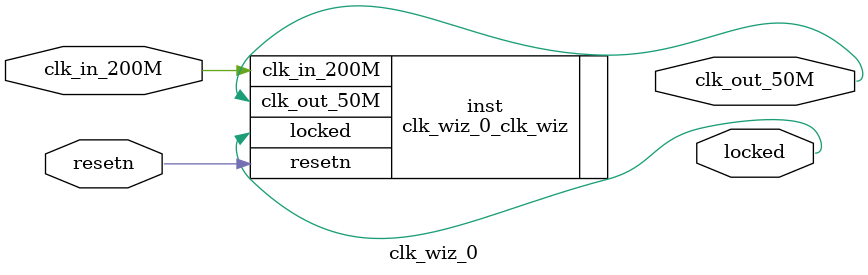
<source format=v>


`timescale 1ps/1ps

(* CORE_GENERATION_INFO = "clk_wiz_0,clk_wiz_v6_0_6_0_0,{component_name=clk_wiz_0,use_phase_alignment=true,use_min_o_jitter=false,use_max_i_jitter=false,use_dyn_phase_shift=false,use_inclk_switchover=false,use_dyn_reconfig=false,enable_axi=0,feedback_source=FDBK_AUTO,PRIMITIVE=MMCM,num_out_clk=1,clkin1_period=5.000,clkin2_period=10.0,use_power_down=false,use_reset=true,use_locked=true,use_inclk_stopped=false,feedback_type=SINGLE,CLOCK_MGR_TYPE=NA,manual_override=false}" *)

module clk_wiz_0 
 (
  // Clock out ports
  output        clk_out_50M,
  // Status and control signals
  input         resetn,
  output        locked,
 // Clock in ports
  input         clk_in_200M
 );

  clk_wiz_0_clk_wiz inst
  (
  // Clock out ports  
  .clk_out_50M(clk_out_50M),
  // Status and control signals               
  .resetn(resetn), 
  .locked(locked),
 // Clock in ports
  .clk_in_200M(clk_in_200M)
  );

endmodule

</source>
